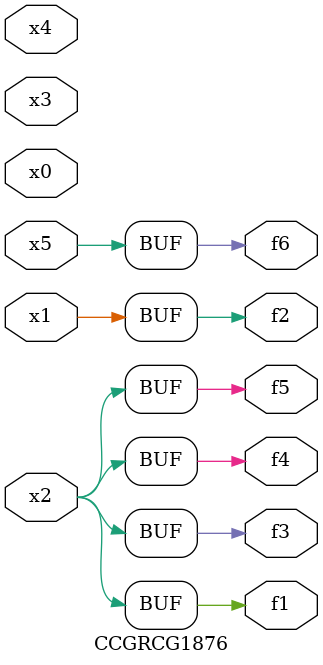
<source format=v>
module CCGRCG1876(
	input x0, x1, x2, x3, x4, x5,
	output f1, f2, f3, f4, f5, f6
);
	assign f1 = x2;
	assign f2 = x1;
	assign f3 = x2;
	assign f4 = x2;
	assign f5 = x2;
	assign f6 = x5;
endmodule

</source>
